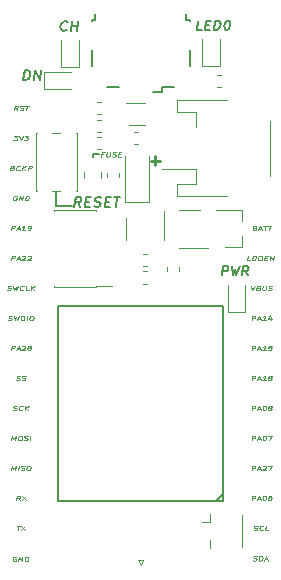
<source format=gto>
G04 #@! TF.GenerationSoftware,KiCad,Pcbnew,(5.0.1-3-g963ef8bb5)*
G04 #@! TF.CreationDate,2019-02-28T22:02:17+01:00*
G04 #@! TF.ProjectId,TLM-breakout-v1,544C4D2D627265616B6F75742D76312E,1.0*
G04 #@! TF.SameCoordinates,Original*
G04 #@! TF.FileFunction,Legend,Top*
G04 #@! TF.FilePolarity,Positive*
%FSLAX46Y46*%
G04 Gerber Fmt 4.6, Leading zero omitted, Abs format (unit mm)*
G04 Created by KiCad (PCBNEW (5.0.1-3-g963ef8bb5)) date 2019 February 28, Thursday 22:02:17*
%MOMM*%
%LPD*%
G01*
G04 APERTURE LIST*
%ADD10C,0.100000*%
%ADD11C,0.200000*%
%ADD12C,0.187500*%
%ADD13C,0.175000*%
%ADD14C,0.250000*%
%ADD15C,0.120000*%
%ADD16C,0.150000*%
G04 APERTURE END LIST*
D10*
X145411994Y-114491904D02*
X145481041Y-114510952D01*
X145600089Y-114510952D01*
X145650089Y-114491904D01*
X145676279Y-114472857D01*
X145704851Y-114434761D01*
X145709613Y-114396666D01*
X145690565Y-114358571D01*
X145669136Y-114339523D01*
X145623898Y-114320476D01*
X145531041Y-114301428D01*
X145485803Y-114282380D01*
X145464375Y-114263333D01*
X145445327Y-114225238D01*
X145450089Y-114187142D01*
X145478660Y-114149047D01*
X145504851Y-114130000D01*
X145554851Y-114110952D01*
X145673898Y-114110952D01*
X145742946Y-114130000D01*
X145909613Y-114510952D02*
X145959613Y-114110952D01*
X146078660Y-114110952D01*
X146147708Y-114130000D01*
X146190565Y-114168095D01*
X146209613Y-114206190D01*
X146223898Y-114282380D01*
X146216755Y-114339523D01*
X146183422Y-114415714D01*
X146154851Y-114453809D01*
X146102470Y-114491904D01*
X146028660Y-114510952D01*
X145909613Y-114510952D01*
X146400089Y-114396666D02*
X146638184Y-114396666D01*
X146338184Y-114510952D02*
X146554851Y-114110952D01*
X146671517Y-114510952D01*
X145463898Y-111931904D02*
X145532946Y-111950952D01*
X145651994Y-111950952D01*
X145701994Y-111931904D01*
X145728184Y-111912857D01*
X145756755Y-111874761D01*
X145761517Y-111836666D01*
X145742470Y-111798571D01*
X145721041Y-111779523D01*
X145675803Y-111760476D01*
X145582946Y-111741428D01*
X145537708Y-111722380D01*
X145516279Y-111703333D01*
X145497232Y-111665238D01*
X145501994Y-111627142D01*
X145530565Y-111589047D01*
X145556755Y-111570000D01*
X145606755Y-111550952D01*
X145725803Y-111550952D01*
X145794851Y-111570000D01*
X146251994Y-111912857D02*
X146225803Y-111931904D01*
X146151994Y-111950952D01*
X146104375Y-111950952D01*
X146035327Y-111931904D01*
X145992470Y-111893809D01*
X145973422Y-111855714D01*
X145959136Y-111779523D01*
X145966279Y-111722380D01*
X145999613Y-111646190D01*
X146028184Y-111608095D01*
X146080565Y-111570000D01*
X146154375Y-111550952D01*
X146201994Y-111550952D01*
X146271041Y-111570000D01*
X146292470Y-111589047D01*
X146699613Y-111950952D02*
X146461517Y-111950952D01*
X146511517Y-111550952D01*
X145295327Y-109420952D02*
X145345327Y-109020952D01*
X145535803Y-109020952D01*
X145581041Y-109040000D01*
X145602470Y-109059047D01*
X145621517Y-109097142D01*
X145614375Y-109154285D01*
X145585803Y-109192380D01*
X145559613Y-109211428D01*
X145509613Y-109230476D01*
X145319136Y-109230476D01*
X145785803Y-109306666D02*
X146023898Y-109306666D01*
X145723898Y-109420952D02*
X145940565Y-109020952D01*
X146057232Y-109420952D01*
X146369136Y-109020952D02*
X146416755Y-109020952D01*
X146461994Y-109040000D01*
X146483422Y-109059047D01*
X146502470Y-109097142D01*
X146516755Y-109173333D01*
X146504851Y-109268571D01*
X146471517Y-109344761D01*
X146442946Y-109382857D01*
X146416755Y-109401904D01*
X146366755Y-109420952D01*
X146319136Y-109420952D01*
X146273898Y-109401904D01*
X146252470Y-109382857D01*
X146233422Y-109344761D01*
X146219136Y-109268571D01*
X146231041Y-109173333D01*
X146264375Y-109097142D01*
X146292946Y-109059047D01*
X146319136Y-109040000D01*
X146369136Y-109020952D01*
X146964375Y-109020952D02*
X146869136Y-109020952D01*
X146819136Y-109040000D01*
X146792946Y-109059047D01*
X146738184Y-109116190D01*
X146704851Y-109192380D01*
X146685803Y-109344761D01*
X146704851Y-109382857D01*
X146726279Y-109401904D01*
X146771517Y-109420952D01*
X146866755Y-109420952D01*
X146916755Y-109401904D01*
X146942946Y-109382857D01*
X146971517Y-109344761D01*
X146983422Y-109249523D01*
X146964375Y-109211428D01*
X146942946Y-109192380D01*
X146897708Y-109173333D01*
X146802470Y-109173333D01*
X146752470Y-109192380D01*
X146726279Y-109211428D01*
X146697708Y-109249523D01*
X145295327Y-106880952D02*
X145345327Y-106480952D01*
X145535803Y-106480952D01*
X145581041Y-106500000D01*
X145602470Y-106519047D01*
X145621517Y-106557142D01*
X145614375Y-106614285D01*
X145585803Y-106652380D01*
X145559613Y-106671428D01*
X145509613Y-106690476D01*
X145319136Y-106690476D01*
X145785803Y-106766666D02*
X146023898Y-106766666D01*
X145723898Y-106880952D02*
X145940565Y-106480952D01*
X146057232Y-106880952D01*
X146245327Y-106519047D02*
X146271517Y-106500000D01*
X146321517Y-106480952D01*
X146440565Y-106480952D01*
X146485803Y-106500000D01*
X146507232Y-106519047D01*
X146526279Y-106557142D01*
X146521517Y-106595238D01*
X146490565Y-106652380D01*
X146176279Y-106880952D01*
X146485803Y-106880952D01*
X146702470Y-106480952D02*
X147035803Y-106480952D01*
X146771517Y-106880952D01*
X145295327Y-104340952D02*
X145345327Y-103940952D01*
X145535803Y-103940952D01*
X145581041Y-103960000D01*
X145602470Y-103979047D01*
X145621517Y-104017142D01*
X145614375Y-104074285D01*
X145585803Y-104112380D01*
X145559613Y-104131428D01*
X145509613Y-104150476D01*
X145319136Y-104150476D01*
X145785803Y-104226666D02*
X146023898Y-104226666D01*
X145723898Y-104340952D02*
X145940565Y-103940952D01*
X146057232Y-104340952D01*
X146369136Y-103940952D02*
X146416755Y-103940952D01*
X146461994Y-103960000D01*
X146483422Y-103979047D01*
X146502470Y-104017142D01*
X146516755Y-104093333D01*
X146504851Y-104188571D01*
X146471517Y-104264761D01*
X146442946Y-104302857D01*
X146416755Y-104321904D01*
X146366755Y-104340952D01*
X146319136Y-104340952D01*
X146273898Y-104321904D01*
X146252470Y-104302857D01*
X146233422Y-104264761D01*
X146219136Y-104188571D01*
X146231041Y-104093333D01*
X146264375Y-104017142D01*
X146292946Y-103979047D01*
X146319136Y-103960000D01*
X146369136Y-103940952D01*
X146702470Y-103940952D02*
X147035803Y-103940952D01*
X146771517Y-104340952D01*
X145295327Y-101800952D02*
X145345327Y-101400952D01*
X145535803Y-101400952D01*
X145581041Y-101420000D01*
X145602470Y-101439047D01*
X145621517Y-101477142D01*
X145614375Y-101534285D01*
X145585803Y-101572380D01*
X145559613Y-101591428D01*
X145509613Y-101610476D01*
X145319136Y-101610476D01*
X145785803Y-101686666D02*
X146023898Y-101686666D01*
X145723898Y-101800952D02*
X145940565Y-101400952D01*
X146057232Y-101800952D01*
X146369136Y-101400952D02*
X146416755Y-101400952D01*
X146461994Y-101420000D01*
X146483422Y-101439047D01*
X146502470Y-101477142D01*
X146516755Y-101553333D01*
X146504851Y-101648571D01*
X146471517Y-101724761D01*
X146442946Y-101762857D01*
X146416755Y-101781904D01*
X146366755Y-101800952D01*
X146319136Y-101800952D01*
X146273898Y-101781904D01*
X146252470Y-101762857D01*
X146233422Y-101724761D01*
X146219136Y-101648571D01*
X146231041Y-101553333D01*
X146264375Y-101477142D01*
X146292946Y-101439047D01*
X146319136Y-101420000D01*
X146369136Y-101400952D01*
X146800089Y-101572380D02*
X146754851Y-101553333D01*
X146733422Y-101534285D01*
X146714375Y-101496190D01*
X146716755Y-101477142D01*
X146745327Y-101439047D01*
X146771517Y-101420000D01*
X146821517Y-101400952D01*
X146916755Y-101400952D01*
X146961994Y-101420000D01*
X146983422Y-101439047D01*
X147002470Y-101477142D01*
X147000089Y-101496190D01*
X146971517Y-101534285D01*
X146945327Y-101553333D01*
X146895327Y-101572380D01*
X146800089Y-101572380D01*
X146750089Y-101591428D01*
X146723898Y-101610476D01*
X146695327Y-101648571D01*
X146685803Y-101724761D01*
X146704851Y-101762857D01*
X146726279Y-101781904D01*
X146771517Y-101800952D01*
X146866755Y-101800952D01*
X146916755Y-101781904D01*
X146942946Y-101762857D01*
X146971517Y-101724761D01*
X146981041Y-101648571D01*
X146961994Y-101610476D01*
X146940565Y-101591428D01*
X146895327Y-101572380D01*
X145295327Y-99260952D02*
X145345327Y-98860952D01*
X145535803Y-98860952D01*
X145581041Y-98880000D01*
X145602470Y-98899047D01*
X145621517Y-98937142D01*
X145614375Y-98994285D01*
X145585803Y-99032380D01*
X145559613Y-99051428D01*
X145509613Y-99070476D01*
X145319136Y-99070476D01*
X145785803Y-99146666D02*
X146023898Y-99146666D01*
X145723898Y-99260952D02*
X145940565Y-98860952D01*
X146057232Y-99260952D01*
X146485803Y-99260952D02*
X146200089Y-99260952D01*
X146342946Y-99260952D02*
X146392946Y-98860952D01*
X146338184Y-98918095D01*
X146285803Y-98956190D01*
X146235803Y-98975238D01*
X146800089Y-99032380D02*
X146754851Y-99013333D01*
X146733422Y-98994285D01*
X146714375Y-98956190D01*
X146716755Y-98937142D01*
X146745327Y-98899047D01*
X146771517Y-98880000D01*
X146821517Y-98860952D01*
X146916755Y-98860952D01*
X146961994Y-98880000D01*
X146983422Y-98899047D01*
X147002470Y-98937142D01*
X147000089Y-98956190D01*
X146971517Y-98994285D01*
X146945327Y-99013333D01*
X146895327Y-99032380D01*
X146800089Y-99032380D01*
X146750089Y-99051428D01*
X146723898Y-99070476D01*
X146695327Y-99108571D01*
X146685803Y-99184761D01*
X146704851Y-99222857D01*
X146726279Y-99241904D01*
X146771517Y-99260952D01*
X146866755Y-99260952D01*
X146916755Y-99241904D01*
X146942946Y-99222857D01*
X146971517Y-99184761D01*
X146981041Y-99108571D01*
X146961994Y-99070476D01*
X146940565Y-99051428D01*
X146895327Y-99032380D01*
X145295327Y-96720952D02*
X145345327Y-96320952D01*
X145535803Y-96320952D01*
X145581041Y-96340000D01*
X145602470Y-96359047D01*
X145621517Y-96397142D01*
X145614375Y-96454285D01*
X145585803Y-96492380D01*
X145559613Y-96511428D01*
X145509613Y-96530476D01*
X145319136Y-96530476D01*
X145785803Y-96606666D02*
X146023898Y-96606666D01*
X145723898Y-96720952D02*
X145940565Y-96320952D01*
X146057232Y-96720952D01*
X146485803Y-96720952D02*
X146200089Y-96720952D01*
X146342946Y-96720952D02*
X146392946Y-96320952D01*
X146338184Y-96378095D01*
X146285803Y-96416190D01*
X146235803Y-96435238D01*
X146988184Y-96320952D02*
X146750089Y-96320952D01*
X146702470Y-96511428D01*
X146728660Y-96492380D01*
X146778660Y-96473333D01*
X146897708Y-96473333D01*
X146942946Y-96492380D01*
X146964375Y-96511428D01*
X146983422Y-96549523D01*
X146971517Y-96644761D01*
X146942946Y-96682857D01*
X146916755Y-96701904D01*
X146866755Y-96720952D01*
X146747708Y-96720952D01*
X146702470Y-96701904D01*
X146681041Y-96682857D01*
X145295327Y-94180952D02*
X145345327Y-93780952D01*
X145535803Y-93780952D01*
X145581041Y-93800000D01*
X145602470Y-93819047D01*
X145621517Y-93857142D01*
X145614375Y-93914285D01*
X145585803Y-93952380D01*
X145559613Y-93971428D01*
X145509613Y-93990476D01*
X145319136Y-93990476D01*
X145785803Y-94066666D02*
X146023898Y-94066666D01*
X145723898Y-94180952D02*
X145940565Y-93780952D01*
X146057232Y-94180952D01*
X146485803Y-94180952D02*
X146200089Y-94180952D01*
X146342946Y-94180952D02*
X146392946Y-93780952D01*
X146338184Y-93838095D01*
X146285803Y-93876190D01*
X146235803Y-93895238D01*
X146947708Y-93914285D02*
X146914375Y-94180952D01*
X146847708Y-93761904D02*
X146692946Y-94047619D01*
X147002470Y-94047619D01*
X145250089Y-91240952D02*
X145366755Y-91640952D01*
X145583422Y-91240952D01*
X145892946Y-91431428D02*
X145961994Y-91450476D01*
X145983422Y-91469523D01*
X146002470Y-91507619D01*
X145995327Y-91564761D01*
X145966755Y-91602857D01*
X145940565Y-91621904D01*
X145890565Y-91640952D01*
X145700089Y-91640952D01*
X145750089Y-91240952D01*
X145916755Y-91240952D01*
X145961994Y-91260000D01*
X145983422Y-91279047D01*
X146002470Y-91317142D01*
X145997708Y-91355238D01*
X145969136Y-91393333D01*
X145942946Y-91412380D01*
X145892946Y-91431428D01*
X145726279Y-91431428D01*
X146250089Y-91240952D02*
X146209613Y-91564761D01*
X146228660Y-91602857D01*
X146250089Y-91621904D01*
X146295327Y-91640952D01*
X146390565Y-91640952D01*
X146440565Y-91621904D01*
X146466755Y-91602857D01*
X146495327Y-91564761D01*
X146535803Y-91240952D01*
X146702470Y-91621904D02*
X146771517Y-91640952D01*
X146890565Y-91640952D01*
X146940565Y-91621904D01*
X146966755Y-91602857D01*
X146995327Y-91564761D01*
X147000089Y-91526666D01*
X146981041Y-91488571D01*
X146959613Y-91469523D01*
X146914375Y-91450476D01*
X146821517Y-91431428D01*
X146776279Y-91412380D01*
X146754851Y-91393333D01*
X146735803Y-91355238D01*
X146740565Y-91317142D01*
X146769136Y-91279047D01*
X146795327Y-91260000D01*
X146845327Y-91240952D01*
X146964375Y-91240952D01*
X147033422Y-91260000D01*
X145181517Y-89100952D02*
X144943422Y-89100952D01*
X144993422Y-88700952D01*
X145348184Y-89100952D02*
X145398184Y-88700952D01*
X145517232Y-88700952D01*
X145586279Y-88720000D01*
X145629136Y-88758095D01*
X145648184Y-88796190D01*
X145662470Y-88872380D01*
X145655327Y-88929523D01*
X145621994Y-89005714D01*
X145593422Y-89043809D01*
X145541041Y-89081904D01*
X145467232Y-89100952D01*
X145348184Y-89100952D01*
X145993422Y-88700952D02*
X146088660Y-88700952D01*
X146133898Y-88720000D01*
X146176755Y-88758095D01*
X146191041Y-88834285D01*
X146174375Y-88967619D01*
X146141041Y-89043809D01*
X146088660Y-89081904D01*
X146038660Y-89100952D01*
X145943422Y-89100952D01*
X145898184Y-89081904D01*
X145855327Y-89043809D01*
X145841041Y-88967619D01*
X145857708Y-88834285D01*
X145891041Y-88758095D01*
X145943422Y-88720000D01*
X145993422Y-88700952D01*
X146398184Y-88891428D02*
X146564851Y-88891428D01*
X146610089Y-89100952D02*
X146371994Y-89100952D01*
X146421994Y-88700952D01*
X146660089Y-88700952D01*
X146824375Y-89100952D02*
X146874375Y-88700952D01*
X147110089Y-89100952D01*
X147160089Y-88700952D01*
X145583422Y-86351428D02*
X145652470Y-86370476D01*
X145673898Y-86389523D01*
X145692946Y-86427619D01*
X145685803Y-86484761D01*
X145657232Y-86522857D01*
X145631041Y-86541904D01*
X145581041Y-86560952D01*
X145390565Y-86560952D01*
X145440565Y-86160952D01*
X145607232Y-86160952D01*
X145652470Y-86180000D01*
X145673898Y-86199047D01*
X145692946Y-86237142D01*
X145688184Y-86275238D01*
X145659613Y-86313333D01*
X145633422Y-86332380D01*
X145583422Y-86351428D01*
X145416755Y-86351428D01*
X145881041Y-86446666D02*
X146119136Y-86446666D01*
X145819136Y-86560952D02*
X146035803Y-86160952D01*
X146152470Y-86560952D01*
X146297708Y-86160952D02*
X146583422Y-86160952D01*
X146390565Y-86560952D02*
X146440565Y-86160952D01*
X146678660Y-86160952D02*
X146964375Y-86160952D01*
X146771517Y-86560952D02*
X146821517Y-86160952D01*
X125363422Y-114200000D02*
X125318184Y-114180952D01*
X125246755Y-114180952D01*
X125172946Y-114200000D01*
X125120565Y-114238095D01*
X125091994Y-114276190D01*
X125058660Y-114352380D01*
X125051517Y-114409523D01*
X125065803Y-114485714D01*
X125084851Y-114523809D01*
X125127708Y-114561904D01*
X125196755Y-114580952D01*
X125244375Y-114580952D01*
X125318184Y-114561904D01*
X125344375Y-114542857D01*
X125361041Y-114409523D01*
X125265803Y-114409523D01*
X125553898Y-114580952D02*
X125603898Y-114180952D01*
X125839613Y-114580952D01*
X125889613Y-114180952D01*
X126077708Y-114580952D02*
X126127708Y-114180952D01*
X126246755Y-114180952D01*
X126315803Y-114200000D01*
X126358660Y-114238095D01*
X126377708Y-114276190D01*
X126391994Y-114352380D01*
X126384851Y-114409523D01*
X126351517Y-114485714D01*
X126322946Y-114523809D01*
X126270565Y-114561904D01*
X126196755Y-114580952D01*
X126077708Y-114580952D01*
X125405803Y-111550952D02*
X125691517Y-111550952D01*
X125498660Y-111950952D02*
X125548660Y-111550952D01*
X125810565Y-111550952D02*
X126093898Y-111950952D01*
X126143898Y-111550952D02*
X125760565Y-111950952D01*
X125653422Y-109410952D02*
X125510565Y-109220476D01*
X125367708Y-109410952D02*
X125417708Y-109010952D01*
X125608184Y-109010952D01*
X125653422Y-109030000D01*
X125674851Y-109049047D01*
X125693898Y-109087142D01*
X125686755Y-109144285D01*
X125658184Y-109182380D01*
X125631994Y-109201428D01*
X125581994Y-109220476D01*
X125391517Y-109220476D01*
X125870089Y-109010952D02*
X126153422Y-109410952D01*
X126203422Y-109010952D02*
X125820089Y-109410952D01*
X124951041Y-106870952D02*
X125001041Y-106470952D01*
X125131994Y-106756666D01*
X125334375Y-106470952D01*
X125284375Y-106870952D01*
X125522470Y-106870952D02*
X125572470Y-106470952D01*
X125739136Y-106851904D02*
X125808184Y-106870952D01*
X125927232Y-106870952D01*
X125977232Y-106851904D01*
X126003422Y-106832857D01*
X126031994Y-106794761D01*
X126036755Y-106756666D01*
X126017708Y-106718571D01*
X125996279Y-106699523D01*
X125951041Y-106680476D01*
X125858184Y-106661428D01*
X125812946Y-106642380D01*
X125791517Y-106623333D01*
X125772470Y-106585238D01*
X125777232Y-106547142D01*
X125805803Y-106509047D01*
X125831994Y-106490000D01*
X125881994Y-106470952D01*
X126001041Y-106470952D01*
X126070089Y-106490000D01*
X126381994Y-106470952D02*
X126477232Y-106470952D01*
X126522470Y-106490000D01*
X126565327Y-106528095D01*
X126579613Y-106604285D01*
X126562946Y-106737619D01*
X126529613Y-106813809D01*
X126477232Y-106851904D01*
X126427232Y-106870952D01*
X126331994Y-106870952D01*
X126286755Y-106851904D01*
X126243898Y-106813809D01*
X126229613Y-106737619D01*
X126246279Y-106604285D01*
X126279613Y-106528095D01*
X126331994Y-106490000D01*
X126381994Y-106470952D01*
X124951041Y-104330952D02*
X125001041Y-103930952D01*
X125131994Y-104216666D01*
X125334375Y-103930952D01*
X125284375Y-104330952D01*
X125667708Y-103930952D02*
X125762946Y-103930952D01*
X125808184Y-103950000D01*
X125851041Y-103988095D01*
X125865327Y-104064285D01*
X125848660Y-104197619D01*
X125815327Y-104273809D01*
X125762946Y-104311904D01*
X125712946Y-104330952D01*
X125617708Y-104330952D01*
X125572470Y-104311904D01*
X125529613Y-104273809D01*
X125515327Y-104197619D01*
X125531994Y-104064285D01*
X125565327Y-103988095D01*
X125617708Y-103950000D01*
X125667708Y-103930952D01*
X126024851Y-104311904D02*
X126093898Y-104330952D01*
X126212946Y-104330952D01*
X126262946Y-104311904D01*
X126289136Y-104292857D01*
X126317708Y-104254761D01*
X126322470Y-104216666D01*
X126303422Y-104178571D01*
X126281994Y-104159523D01*
X126236755Y-104140476D01*
X126143898Y-104121428D01*
X126098660Y-104102380D01*
X126077232Y-104083333D01*
X126058184Y-104045238D01*
X126062946Y-104007142D01*
X126091517Y-103969047D01*
X126117708Y-103950000D01*
X126167708Y-103930952D01*
X126286755Y-103930952D01*
X126355803Y-103950000D01*
X126522470Y-104330952D02*
X126572470Y-103930952D01*
X125096279Y-101771904D02*
X125165327Y-101790952D01*
X125284375Y-101790952D01*
X125334375Y-101771904D01*
X125360565Y-101752857D01*
X125389136Y-101714761D01*
X125393898Y-101676666D01*
X125374851Y-101638571D01*
X125353422Y-101619523D01*
X125308184Y-101600476D01*
X125215327Y-101581428D01*
X125170089Y-101562380D01*
X125148660Y-101543333D01*
X125129613Y-101505238D01*
X125134375Y-101467142D01*
X125162946Y-101429047D01*
X125189136Y-101410000D01*
X125239136Y-101390952D01*
X125358184Y-101390952D01*
X125427232Y-101410000D01*
X125884375Y-101752857D02*
X125858184Y-101771904D01*
X125784375Y-101790952D01*
X125736755Y-101790952D01*
X125667708Y-101771904D01*
X125624851Y-101733809D01*
X125605803Y-101695714D01*
X125591517Y-101619523D01*
X125598660Y-101562380D01*
X125631994Y-101486190D01*
X125660565Y-101448095D01*
X125712946Y-101410000D01*
X125786755Y-101390952D01*
X125834375Y-101390952D01*
X125903422Y-101410000D01*
X125924851Y-101429047D01*
X126093898Y-101790952D02*
X126143898Y-101390952D01*
X126379613Y-101790952D02*
X126193898Y-101562380D01*
X126429613Y-101390952D02*
X126115327Y-101619523D01*
X125358184Y-99231904D02*
X125427232Y-99250952D01*
X125546279Y-99250952D01*
X125596279Y-99231904D01*
X125622470Y-99212857D01*
X125651041Y-99174761D01*
X125655803Y-99136666D01*
X125636755Y-99098571D01*
X125615327Y-99079523D01*
X125570089Y-99060476D01*
X125477232Y-99041428D01*
X125431994Y-99022380D01*
X125410565Y-99003333D01*
X125391517Y-98965238D01*
X125396279Y-98927142D01*
X125424851Y-98889047D01*
X125451041Y-98870000D01*
X125501041Y-98850952D01*
X125620089Y-98850952D01*
X125689136Y-98870000D01*
X125834375Y-99231904D02*
X125903422Y-99250952D01*
X126022470Y-99250952D01*
X126072470Y-99231904D01*
X126098660Y-99212857D01*
X126127232Y-99174761D01*
X126131994Y-99136666D01*
X126112946Y-99098571D01*
X126091517Y-99079523D01*
X126046279Y-99060476D01*
X125953422Y-99041428D01*
X125908184Y-99022380D01*
X125886755Y-99003333D01*
X125867708Y-98965238D01*
X125872470Y-98927142D01*
X125901041Y-98889047D01*
X125927232Y-98870000D01*
X125977232Y-98850952D01*
X126096279Y-98850952D01*
X126165327Y-98870000D01*
X124915327Y-96710952D02*
X124965327Y-96310952D01*
X125155803Y-96310952D01*
X125201041Y-96330000D01*
X125222470Y-96349047D01*
X125241517Y-96387142D01*
X125234375Y-96444285D01*
X125205803Y-96482380D01*
X125179613Y-96501428D01*
X125129613Y-96520476D01*
X124939136Y-96520476D01*
X125405803Y-96596666D02*
X125643898Y-96596666D01*
X125343898Y-96710952D02*
X125560565Y-96310952D01*
X125677232Y-96710952D01*
X125865327Y-96349047D02*
X125891517Y-96330000D01*
X125941517Y-96310952D01*
X126060565Y-96310952D01*
X126105803Y-96330000D01*
X126127232Y-96349047D01*
X126146279Y-96387142D01*
X126141517Y-96425238D01*
X126110565Y-96482380D01*
X125796279Y-96710952D01*
X126105803Y-96710952D01*
X126420089Y-96482380D02*
X126374851Y-96463333D01*
X126353422Y-96444285D01*
X126334375Y-96406190D01*
X126336755Y-96387142D01*
X126365327Y-96349047D01*
X126391517Y-96330000D01*
X126441517Y-96310952D01*
X126536755Y-96310952D01*
X126581994Y-96330000D01*
X126603422Y-96349047D01*
X126622470Y-96387142D01*
X126620089Y-96406190D01*
X126591517Y-96444285D01*
X126565327Y-96463333D01*
X126515327Y-96482380D01*
X126420089Y-96482380D01*
X126370089Y-96501428D01*
X126343898Y-96520476D01*
X126315327Y-96558571D01*
X126305803Y-96634761D01*
X126324851Y-96672857D01*
X126346279Y-96691904D01*
X126391517Y-96710952D01*
X126486755Y-96710952D01*
X126536755Y-96691904D01*
X126562946Y-96672857D01*
X126591517Y-96634761D01*
X126601041Y-96558571D01*
X126581994Y-96520476D01*
X126560565Y-96501428D01*
X126515327Y-96482380D01*
X124679613Y-94151904D02*
X124748660Y-94170952D01*
X124867708Y-94170952D01*
X124917708Y-94151904D01*
X124943898Y-94132857D01*
X124972470Y-94094761D01*
X124977232Y-94056666D01*
X124958184Y-94018571D01*
X124936755Y-93999523D01*
X124891517Y-93980476D01*
X124798660Y-93961428D01*
X124753422Y-93942380D01*
X124731994Y-93923333D01*
X124712946Y-93885238D01*
X124717708Y-93847142D01*
X124746279Y-93809047D01*
X124772470Y-93790000D01*
X124822470Y-93770952D01*
X124941517Y-93770952D01*
X125010565Y-93790000D01*
X125179613Y-93770952D02*
X125248660Y-94170952D01*
X125379613Y-93885238D01*
X125439136Y-94170952D01*
X125608184Y-93770952D01*
X125748660Y-94170952D02*
X125798660Y-93770952D01*
X125917708Y-93770952D01*
X125986755Y-93790000D01*
X126029613Y-93828095D01*
X126048660Y-93866190D01*
X126062946Y-93942380D01*
X126055803Y-93999523D01*
X126022470Y-94075714D01*
X125993898Y-94113809D01*
X125941517Y-94151904D01*
X125867708Y-94170952D01*
X125748660Y-94170952D01*
X126248660Y-94170952D02*
X126298660Y-93770952D01*
X126631994Y-93770952D02*
X126727232Y-93770952D01*
X126772470Y-93790000D01*
X126815327Y-93828095D01*
X126829613Y-93904285D01*
X126812946Y-94037619D01*
X126779613Y-94113809D01*
X126727232Y-94151904D01*
X126677232Y-94170952D01*
X126581994Y-94170952D01*
X126536755Y-94151904D01*
X126493898Y-94113809D01*
X126479613Y-94037619D01*
X126496279Y-93904285D01*
X126529613Y-93828095D01*
X126581994Y-93790000D01*
X126631994Y-93770952D01*
X124608184Y-91611904D02*
X124677232Y-91630952D01*
X124796279Y-91630952D01*
X124846279Y-91611904D01*
X124872470Y-91592857D01*
X124901041Y-91554761D01*
X124905803Y-91516666D01*
X124886755Y-91478571D01*
X124865327Y-91459523D01*
X124820089Y-91440476D01*
X124727232Y-91421428D01*
X124681994Y-91402380D01*
X124660565Y-91383333D01*
X124641517Y-91345238D01*
X124646279Y-91307142D01*
X124674851Y-91269047D01*
X124701041Y-91250000D01*
X124751041Y-91230952D01*
X124870089Y-91230952D01*
X124939136Y-91250000D01*
X125108184Y-91230952D02*
X125177232Y-91630952D01*
X125308184Y-91345238D01*
X125367708Y-91630952D01*
X125536755Y-91230952D01*
X125967708Y-91592857D02*
X125941517Y-91611904D01*
X125867708Y-91630952D01*
X125820089Y-91630952D01*
X125751041Y-91611904D01*
X125708184Y-91573809D01*
X125689136Y-91535714D01*
X125674851Y-91459523D01*
X125681994Y-91402380D01*
X125715327Y-91326190D01*
X125743898Y-91288095D01*
X125796279Y-91250000D01*
X125870089Y-91230952D01*
X125917708Y-91230952D01*
X125986755Y-91250000D01*
X126008184Y-91269047D01*
X126415327Y-91630952D02*
X126177232Y-91630952D01*
X126227232Y-91230952D01*
X126581994Y-91630952D02*
X126631994Y-91230952D01*
X126867708Y-91630952D02*
X126681994Y-91402380D01*
X126917708Y-91230952D02*
X126603422Y-91459523D01*
X124915327Y-89090952D02*
X124965327Y-88690952D01*
X125155803Y-88690952D01*
X125201041Y-88710000D01*
X125222470Y-88729047D01*
X125241517Y-88767142D01*
X125234375Y-88824285D01*
X125205803Y-88862380D01*
X125179613Y-88881428D01*
X125129613Y-88900476D01*
X124939136Y-88900476D01*
X125405803Y-88976666D02*
X125643898Y-88976666D01*
X125343898Y-89090952D02*
X125560565Y-88690952D01*
X125677232Y-89090952D01*
X125865327Y-88729047D02*
X125891517Y-88710000D01*
X125941517Y-88690952D01*
X126060565Y-88690952D01*
X126105803Y-88710000D01*
X126127232Y-88729047D01*
X126146279Y-88767142D01*
X126141517Y-88805238D01*
X126110565Y-88862380D01*
X125796279Y-89090952D01*
X126105803Y-89090952D01*
X126341517Y-88729047D02*
X126367708Y-88710000D01*
X126417708Y-88690952D01*
X126536755Y-88690952D01*
X126581994Y-88710000D01*
X126603422Y-88729047D01*
X126622470Y-88767142D01*
X126617708Y-88805238D01*
X126586755Y-88862380D01*
X126272470Y-89090952D01*
X126581994Y-89090952D01*
X124915327Y-86550952D02*
X124965327Y-86150952D01*
X125155803Y-86150952D01*
X125201041Y-86170000D01*
X125222470Y-86189047D01*
X125241517Y-86227142D01*
X125234375Y-86284285D01*
X125205803Y-86322380D01*
X125179613Y-86341428D01*
X125129613Y-86360476D01*
X124939136Y-86360476D01*
X125405803Y-86436666D02*
X125643898Y-86436666D01*
X125343898Y-86550952D02*
X125560565Y-86150952D01*
X125677232Y-86550952D01*
X126105803Y-86550952D02*
X125820089Y-86550952D01*
X125962946Y-86550952D02*
X126012946Y-86150952D01*
X125958184Y-86208095D01*
X125905803Y-86246190D01*
X125855803Y-86265238D01*
X126343898Y-86550952D02*
X126439136Y-86550952D01*
X126489136Y-86531904D01*
X126515327Y-86512857D01*
X126570089Y-86455714D01*
X126603422Y-86379523D01*
X126622470Y-86227142D01*
X126603422Y-86189047D01*
X126581994Y-86170000D01*
X126536755Y-86150952D01*
X126441517Y-86150952D01*
X126391517Y-86170000D01*
X126365327Y-86189047D01*
X126336755Y-86227142D01*
X126324851Y-86322380D01*
X126343898Y-86360476D01*
X126365327Y-86379523D01*
X126410565Y-86398571D01*
X126505803Y-86398571D01*
X126555803Y-86379523D01*
X126581994Y-86360476D01*
X126610565Y-86322380D01*
X125403422Y-83630000D02*
X125358184Y-83610952D01*
X125286755Y-83610952D01*
X125212946Y-83630000D01*
X125160565Y-83668095D01*
X125131994Y-83706190D01*
X125098660Y-83782380D01*
X125091517Y-83839523D01*
X125105803Y-83915714D01*
X125124851Y-83953809D01*
X125167708Y-83991904D01*
X125236755Y-84010952D01*
X125284375Y-84010952D01*
X125358184Y-83991904D01*
X125384375Y-83972857D01*
X125401041Y-83839523D01*
X125305803Y-83839523D01*
X125593898Y-84010952D02*
X125643898Y-83610952D01*
X125879613Y-84010952D01*
X125929613Y-83610952D01*
X126117708Y-84010952D02*
X126167708Y-83610952D01*
X126286755Y-83610952D01*
X126355803Y-83630000D01*
X126398660Y-83668095D01*
X126417708Y-83706190D01*
X126431994Y-83782380D01*
X126424851Y-83839523D01*
X126391517Y-83915714D01*
X126362946Y-83953809D01*
X126310565Y-83991904D01*
X126236755Y-84010952D01*
X126117708Y-84010952D01*
X125048660Y-81261428D02*
X125117708Y-81280476D01*
X125139136Y-81299523D01*
X125158184Y-81337619D01*
X125151041Y-81394761D01*
X125122470Y-81432857D01*
X125096279Y-81451904D01*
X125046279Y-81470952D01*
X124855803Y-81470952D01*
X124905803Y-81070952D01*
X125072470Y-81070952D01*
X125117708Y-81090000D01*
X125139136Y-81109047D01*
X125158184Y-81147142D01*
X125153422Y-81185238D01*
X125124851Y-81223333D01*
X125098660Y-81242380D01*
X125048660Y-81261428D01*
X124881994Y-81261428D01*
X125646279Y-81432857D02*
X125620089Y-81451904D01*
X125546279Y-81470952D01*
X125498660Y-81470952D01*
X125429613Y-81451904D01*
X125386755Y-81413809D01*
X125367708Y-81375714D01*
X125353422Y-81299523D01*
X125360565Y-81242380D01*
X125393898Y-81166190D01*
X125422470Y-81128095D01*
X125474851Y-81090000D01*
X125548660Y-81070952D01*
X125596279Y-81070952D01*
X125665327Y-81090000D01*
X125686755Y-81109047D01*
X125855803Y-81470952D02*
X125905803Y-81070952D01*
X126141517Y-81470952D02*
X125955803Y-81242380D01*
X126191517Y-81070952D02*
X125877232Y-81299523D01*
X126355803Y-81470952D02*
X126405803Y-81070952D01*
X126596279Y-81070952D01*
X126641517Y-81090000D01*
X126662946Y-81109047D01*
X126681994Y-81147142D01*
X126674851Y-81204285D01*
X126646279Y-81242380D01*
X126620089Y-81261428D01*
X126570089Y-81280476D01*
X126379613Y-81280476D01*
X125167708Y-78530952D02*
X125477232Y-78530952D01*
X125291517Y-78683333D01*
X125362946Y-78683333D01*
X125408184Y-78702380D01*
X125429613Y-78721428D01*
X125448660Y-78759523D01*
X125436755Y-78854761D01*
X125408184Y-78892857D01*
X125381994Y-78911904D01*
X125331994Y-78930952D01*
X125189136Y-78930952D01*
X125143898Y-78911904D01*
X125122470Y-78892857D01*
X125620089Y-78530952D02*
X125736755Y-78930952D01*
X125953422Y-78530952D01*
X126072470Y-78530952D02*
X126381994Y-78530952D01*
X126196279Y-78683333D01*
X126267708Y-78683333D01*
X126312946Y-78702380D01*
X126334375Y-78721428D01*
X126353422Y-78759523D01*
X126341517Y-78854761D01*
X126312946Y-78892857D01*
X126286755Y-78911904D01*
X126236755Y-78930952D01*
X126093898Y-78930952D01*
X126048660Y-78911904D01*
X126027232Y-78892857D01*
X125462946Y-76390952D02*
X125320089Y-76200476D01*
X125177232Y-76390952D02*
X125227232Y-75990952D01*
X125417708Y-75990952D01*
X125462946Y-76010000D01*
X125484375Y-76029047D01*
X125503422Y-76067142D01*
X125496279Y-76124285D01*
X125467708Y-76162380D01*
X125441517Y-76181428D01*
X125391517Y-76200476D01*
X125201041Y-76200476D01*
X125655803Y-76371904D02*
X125724851Y-76390952D01*
X125843898Y-76390952D01*
X125893898Y-76371904D01*
X125920089Y-76352857D01*
X125948660Y-76314761D01*
X125953422Y-76276666D01*
X125934375Y-76238571D01*
X125912946Y-76219523D01*
X125867708Y-76200476D01*
X125774851Y-76181428D01*
X125729613Y-76162380D01*
X125708184Y-76143333D01*
X125689136Y-76105238D01*
X125693898Y-76067142D01*
X125722470Y-76029047D01*
X125748660Y-76010000D01*
X125798660Y-75990952D01*
X125917708Y-75990952D01*
X125986755Y-76010000D01*
X126131994Y-75990952D02*
X126417708Y-75990952D01*
X126224851Y-76390952D02*
X126274851Y-75990952D01*
D11*
X128727200Y-84480400D02*
X128727200Y-83286600D01*
X130048000Y-84480400D02*
X128778000Y-84480400D01*
X131826000Y-80111600D02*
X132384800Y-80111600D01*
X131826000Y-80365600D02*
X131826000Y-80111600D01*
D10*
X132748184Y-80111428D02*
X132581517Y-80111428D01*
X132555327Y-80320952D02*
X132605327Y-79920952D01*
X132843422Y-79920952D01*
X133033898Y-79920952D02*
X132993422Y-80244761D01*
X133012470Y-80282857D01*
X133033898Y-80301904D01*
X133079136Y-80320952D01*
X133174375Y-80320952D01*
X133224375Y-80301904D01*
X133250565Y-80282857D01*
X133279136Y-80244761D01*
X133319613Y-79920952D01*
X133486279Y-80301904D02*
X133555327Y-80320952D01*
X133674375Y-80320952D01*
X133724375Y-80301904D01*
X133750565Y-80282857D01*
X133779136Y-80244761D01*
X133783898Y-80206666D01*
X133764851Y-80168571D01*
X133743422Y-80149523D01*
X133698184Y-80130476D01*
X133605327Y-80111428D01*
X133560089Y-80092380D01*
X133538660Y-80073333D01*
X133519613Y-80035238D01*
X133524375Y-79997142D01*
X133552946Y-79959047D01*
X133579136Y-79940000D01*
X133629136Y-79920952D01*
X133748184Y-79920952D01*
X133817232Y-79940000D01*
X134010089Y-80111428D02*
X134176755Y-80111428D01*
X134221994Y-80320952D02*
X133983898Y-80320952D01*
X134033898Y-79920952D01*
X134271994Y-79920952D01*
D12*
X142792250Y-90359285D02*
X142886000Y-89609285D01*
X143190762Y-89609285D01*
X143262488Y-89645000D01*
X143296119Y-89680714D01*
X143325286Y-89752142D01*
X143311893Y-89859285D01*
X143264869Y-89930714D01*
X143222310Y-89966428D01*
X143141655Y-90002142D01*
X142836893Y-90002142D01*
X143609810Y-89609285D02*
X143706536Y-90359285D01*
X143925881Y-89823571D01*
X144011298Y-90359285D01*
X144295524Y-89609285D01*
X144963679Y-90359285D02*
X144741655Y-90002142D01*
X144506536Y-90359285D02*
X144600286Y-89609285D01*
X144905048Y-89609285D01*
X144976774Y-89645000D01*
X145010405Y-89680714D01*
X145039572Y-89752142D01*
X145026179Y-89859285D01*
X144979155Y-89930714D01*
X144936595Y-89966428D01*
X144855941Y-90002142D01*
X144551179Y-90002142D01*
D13*
X141081742Y-69554285D02*
X140676980Y-69554285D01*
X140770730Y-68804285D01*
X141414183Y-69161428D02*
X141697516Y-69161428D01*
X141769837Y-69554285D02*
X141365075Y-69554285D01*
X141458825Y-68804285D01*
X141863587Y-68804285D01*
X142134123Y-69554285D02*
X142227873Y-68804285D01*
X142430254Y-68804285D01*
X142547218Y-68840000D01*
X142619242Y-68911428D01*
X142650790Y-68982857D01*
X142673409Y-69125714D01*
X142660016Y-69232857D01*
X142601683Y-69375714D01*
X142552278Y-69447142D01*
X142462397Y-69518571D01*
X142336504Y-69554285D01*
X142134123Y-69554285D01*
X143239778Y-68804285D02*
X143320730Y-68804285D01*
X143397218Y-68840000D01*
X143433230Y-68875714D01*
X143464778Y-68947142D01*
X143487397Y-69090000D01*
X143465075Y-69268571D01*
X143406742Y-69411428D01*
X143357337Y-69482857D01*
X143312397Y-69518571D01*
X143226980Y-69554285D01*
X143146028Y-69554285D01*
X143069540Y-69518571D01*
X143033528Y-69482857D01*
X143001980Y-69411428D01*
X142979361Y-69268571D01*
X143001683Y-69090000D01*
X143060016Y-68947142D01*
X143109421Y-68875714D01*
X143154361Y-68840000D01*
X143239778Y-68804285D01*
X125979800Y-73818704D02*
X126079800Y-73018704D01*
X126294086Y-73018704D01*
X126417895Y-73056800D01*
X126494086Y-73132990D01*
X126527419Y-73209180D01*
X126551228Y-73361561D01*
X126536943Y-73475847D01*
X126475038Y-73628228D01*
X126422657Y-73704419D01*
X126327419Y-73780609D01*
X126194086Y-73818704D01*
X125979800Y-73818704D01*
X126879800Y-73818704D02*
X126979800Y-73018704D01*
X127394086Y-73818704D01*
X127494086Y-73018704D01*
X129632209Y-69585714D02*
X129584590Y-69623809D01*
X129451257Y-69661904D01*
X129365543Y-69661904D01*
X129241733Y-69623809D01*
X129165543Y-69547619D01*
X129132209Y-69471428D01*
X129108400Y-69319047D01*
X129122686Y-69204761D01*
X129184590Y-69052380D01*
X129236971Y-68976190D01*
X129332209Y-68900000D01*
X129465543Y-68861904D01*
X129551257Y-68861904D01*
X129675066Y-68900000D01*
X129713162Y-68938095D01*
X130008400Y-69661904D02*
X130108400Y-68861904D01*
X130060781Y-69242857D02*
X130575066Y-69242857D01*
X130522686Y-69661904D02*
X130622686Y-68861904D01*
D11*
X130806369Y-84561904D02*
X130553988Y-84180952D01*
X130292083Y-84561904D02*
X130392083Y-83761904D01*
X130734940Y-83761904D01*
X130815892Y-83800000D01*
X130853988Y-83838095D01*
X130887321Y-83914285D01*
X130873035Y-84028571D01*
X130820654Y-84104761D01*
X130773035Y-84142857D01*
X130682559Y-84180952D01*
X130339702Y-84180952D01*
X131244464Y-84142857D02*
X131544464Y-84142857D01*
X131620654Y-84561904D02*
X131192083Y-84561904D01*
X131292083Y-83761904D01*
X131720654Y-83761904D01*
X131968273Y-84523809D02*
X132092083Y-84561904D01*
X132306369Y-84561904D01*
X132396845Y-84523809D01*
X132444464Y-84485714D01*
X132496845Y-84409523D01*
X132506369Y-84333333D01*
X132473035Y-84257142D01*
X132434940Y-84219047D01*
X132353988Y-84180952D01*
X132187321Y-84142857D01*
X132106369Y-84104761D01*
X132068273Y-84066666D01*
X132034940Y-83990476D01*
X132044464Y-83914285D01*
X132096845Y-83838095D01*
X132144464Y-83800000D01*
X132234940Y-83761904D01*
X132449226Y-83761904D01*
X132573035Y-83800000D01*
X132915892Y-84142857D02*
X133215892Y-84142857D01*
X133292083Y-84561904D02*
X132863511Y-84561904D01*
X132963511Y-83761904D01*
X133392083Y-83761904D01*
X133649226Y-83761904D02*
X134163511Y-83761904D01*
X133806369Y-84561904D02*
X133906369Y-83761904D01*
D14*
X136753647Y-80665628D02*
X137515552Y-80665628D01*
X137134600Y-81046580D02*
X137134600Y-80284676D01*
D15*
G04 #@! TO.C,C2*
X135349720Y-79260000D02*
X135675278Y-79260000D01*
X135349720Y-78240000D02*
X135675278Y-78240000D01*
G04 #@! TO.C,C3*
X133080000Y-82012779D02*
X133080000Y-81687221D01*
X134100000Y-82012779D02*
X134100000Y-81687221D01*
G04 #@! TO.C,C4*
X136437279Y-90040000D02*
X136111721Y-90040000D01*
X136437279Y-91060000D02*
X136111721Y-91060000D01*
G04 #@! TO.C,C5*
X136437279Y-89554100D02*
X136111721Y-89554100D01*
X136437279Y-88534100D02*
X136111721Y-88534100D01*
G04 #@! TO.C,C6*
X132512779Y-75690000D02*
X132187221Y-75690000D01*
X132512779Y-76710000D02*
X132187221Y-76710000D01*
G04 #@! TO.C,C7*
X132187221Y-78691200D02*
X132512779Y-78691200D01*
X132187221Y-79711200D02*
X132512779Y-79711200D01*
G04 #@! TO.C,C8*
X142712779Y-74460000D02*
X142387221Y-74460000D01*
X142712779Y-73440000D02*
X142387221Y-73440000D01*
G04 #@! TO.C,C9*
X138090000Y-89637221D02*
X138090000Y-89962779D01*
X139110000Y-89637221D02*
X139110000Y-89962779D01*
G04 #@! TO.C,D1*
X134570000Y-84150000D02*
X136570000Y-84150000D01*
X136570000Y-84150000D02*
X136570000Y-80250000D01*
X134570000Y-84150000D02*
X134570000Y-80250000D01*
G04 #@! TO.C,D2*
X129186000Y-70447000D02*
X129186000Y-72732000D01*
X129186000Y-72732000D02*
X130656000Y-72732000D01*
X130656000Y-72732000D02*
X130656000Y-70447000D01*
G04 #@! TO.C,D3*
X127699400Y-74598200D02*
X129984400Y-74598200D01*
X127699400Y-73128200D02*
X127699400Y-74598200D01*
X129984400Y-73128200D02*
X127699400Y-73128200D01*
G04 #@! TO.C,D4*
X143265000Y-91150000D02*
X143265000Y-93435000D01*
X143265000Y-93435000D02*
X144735000Y-93435000D01*
X144735000Y-93435000D02*
X144735000Y-91150000D01*
G04 #@! TO.C,D5*
X142594000Y-72605000D02*
X142594000Y-70320000D01*
X141124000Y-72605000D02*
X142594000Y-72605000D01*
X141124000Y-70320000D02*
X141124000Y-72605000D01*
G04 #@! TO.C,F1*
X132510000Y-81591422D02*
X132510000Y-82108578D01*
X131090000Y-81591422D02*
X131090000Y-82108578D01*
G04 #@! TO.C,FB1*
X132512779Y-78210000D02*
X132187221Y-78210000D01*
X132512779Y-77190000D02*
X132187221Y-77190000D01*
G04 #@! TO.C,J2*
X144456000Y-110664000D02*
X144456000Y-113364000D01*
X141736000Y-111254000D02*
X141106000Y-111254000D01*
X141736000Y-113414000D02*
X141736000Y-112774000D01*
X141736000Y-110614000D02*
X141736000Y-111254000D01*
D16*
G04 #@! TO.C,J4*
X140040000Y-72659000D02*
X140040000Y-71259000D01*
X140040000Y-68859000D02*
X140040000Y-68709000D01*
X140040000Y-68709000D02*
X139740000Y-68709000D01*
X139740000Y-68709000D02*
X139740000Y-68259000D01*
X132040000Y-68259000D02*
X132040000Y-68709000D01*
X132040000Y-68709000D02*
X131740000Y-68709000D01*
X131740000Y-68709000D02*
X131740000Y-68859000D01*
X131740000Y-71259000D02*
X131740000Y-72659000D01*
X136965000Y-74834000D02*
X137690000Y-74834000D01*
X137690000Y-74834000D02*
X137690000Y-74409000D01*
X137690000Y-74409000D02*
X138690000Y-74409000D01*
X134090000Y-74409000D02*
X133090000Y-74409000D01*
D15*
G04 #@! TO.C,J5*
X132115000Y-91335000D02*
X128585000Y-91335000D01*
X132115000Y-84865000D02*
X128585000Y-84865000D01*
X133440000Y-91270000D02*
X132115000Y-91270000D01*
X132115000Y-91335000D02*
X132115000Y-91270000D01*
X128585000Y-91335000D02*
X128585000Y-91270000D01*
X132115000Y-84930000D02*
X132115000Y-84865000D01*
X128585000Y-84930000D02*
X128585000Y-84865000D01*
G04 #@! TO.C,SW3*
X127000000Y-78350000D02*
X127000000Y-83250000D01*
X130500000Y-83250000D02*
X130500000Y-78350000D01*
X129100000Y-83250000D02*
X128400000Y-83250000D01*
X129100000Y-78350000D02*
X128400000Y-78350000D01*
X130500000Y-78350000D02*
X130400000Y-78350000D01*
X127100000Y-78350000D02*
X127000000Y-78350000D01*
X127000000Y-83250000D02*
X127100000Y-83250000D01*
X130500000Y-83250000D02*
X130400000Y-83250000D01*
D16*
G04 #@! TO.C,U1*
X142240000Y-109474000D02*
X142875000Y-108839000D01*
X142875000Y-92964000D02*
X142875000Y-109474000D01*
X128905000Y-92964000D02*
X142875000Y-92964000D01*
X128905000Y-109474000D02*
X128905000Y-92964000D01*
X142875000Y-109474000D02*
X128905000Y-109474000D01*
D15*
G04 #@! TO.C,U2*
X139150000Y-88060000D02*
X141600000Y-88060000D01*
X140950000Y-84840000D02*
X139150000Y-84840000D01*
G04 #@! TO.C,U3*
X144460000Y-87980000D02*
X144460000Y-87050000D01*
X144460000Y-84820000D02*
X144460000Y-85750000D01*
X144460000Y-84820000D02*
X142300000Y-84820000D01*
X144460000Y-87980000D02*
X143000000Y-87980000D01*
G04 #@! TO.C,U4*
X134690000Y-85550000D02*
X134690000Y-87350000D01*
X137910000Y-87350000D02*
X137910000Y-84900000D01*
G04 #@! TO.C,U5*
X136230000Y-77600000D02*
X134930000Y-77600000D01*
X134680000Y-75800000D02*
X136230000Y-75800000D01*
G04 #@! TO.C,J3*
X143240000Y-83660000D02*
X138990000Y-83660000D01*
X138990000Y-83660000D02*
X138990000Y-82640000D01*
X138990000Y-82640000D02*
X140590000Y-82640000D01*
X140590000Y-82640000D02*
X140590000Y-81360000D01*
X140590000Y-81360000D02*
X137700000Y-81360000D01*
X143240000Y-75540000D02*
X138990000Y-75540000D01*
X138990000Y-75540000D02*
X138990000Y-76560000D01*
X138990000Y-76560000D02*
X140590000Y-76560000D01*
X140590000Y-76560000D02*
X140590000Y-77840000D01*
X146810000Y-81940000D02*
X146810000Y-77260000D01*
G04 #@! TO.C,J1*
X135640000Y-114430000D02*
X135890000Y-114930000D01*
X136140000Y-114430000D02*
X135640000Y-114430000D01*
X135890000Y-114930000D02*
X136140000Y-114430000D01*
G04 #@! TD*
M02*

</source>
